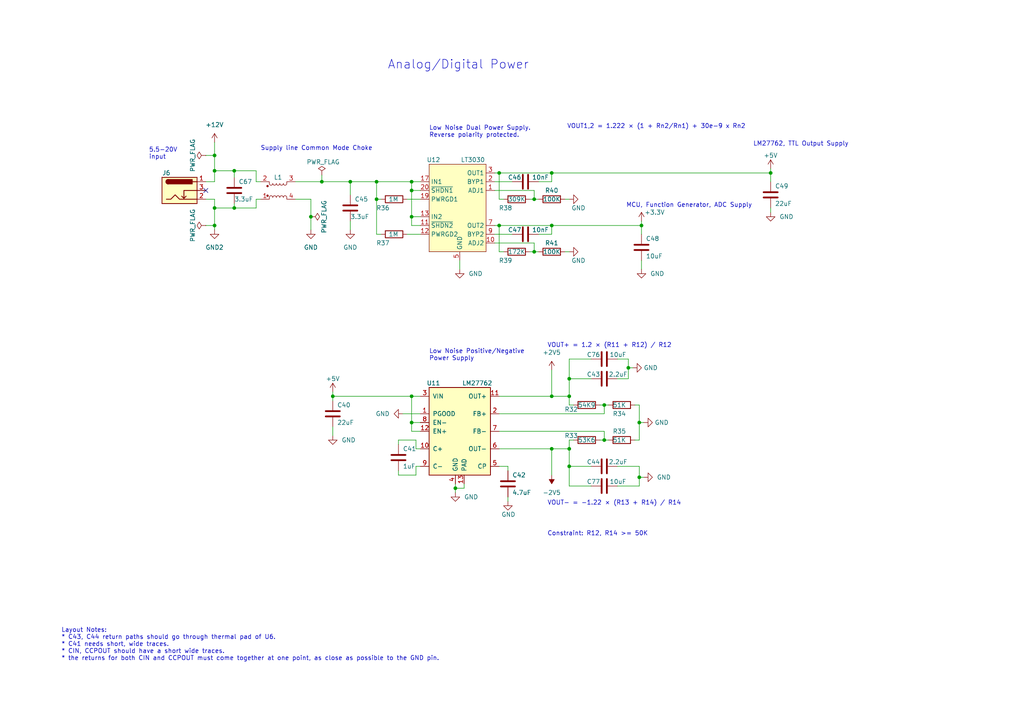
<source format=kicad_sch>
(kicad_sch (version 20231120) (generator "eeschema") (generator_version "8.0")
  (paper "A4")
  (title_block (title "Lickety Split Capacitive Lick Detector") (date "2023-09-01") (rev "0.6") (company "The Allen Institute for Neural Dynamics"))
  (lib_symbols
    (symbol "Connector:Barrel_Jack_Switch" (pin_names hide)
      (property "Reference" "J" (at 0 5.334 0))
      (property "Value" "Barrel_Jack_Switch" (at 0 -5.08 0))
      (symbol "Barrel_Jack_Switch_0_1"
        (rectangle (start -5.08 3.81) (end 5.08 -3.81) (stroke (width 0.254)) (fill (type background)))
        (arc (start -3.302 3.175) (mid -3.9343 2.54) (end -3.302 1.905) (stroke (width 0.254)))
        (arc (start -3.302 3.175) (mid -3.9343 2.54) (end -3.302 1.905) (stroke (width 0.254)) (fill (type outline)))
        (polyline (pts (xy 1.27 -2.286) (xy 1.905 -1.651)) (stroke (width 0.254)))
        (polyline (pts (xy 5.08 2.54) (xy 3.81 2.54)) (stroke (width 0.254)))
        (polyline (pts (xy 5.08 0) (xy 1.27 0) (xy 1.27 -2.286) (xy 0.635 -1.651)) (stroke (width 0.254)))
        (polyline (pts (xy -3.81 -2.54) (xy -2.54 -2.54) (xy -1.27 -1.27) (xy 0 -2.54) (xy 2.54 -2.54) (xy 5.08 -2.54)) (stroke (width 0.254)))
        (rectangle (start 3.683 3.175) (end -3.302 1.905) (stroke (width 0.254)) (fill (type outline)))
      )
      (symbol "Barrel_Jack_Switch_1_1"
        (pin passive line (at 7.62 2.54 180) (length 2.54) (name "~") (number "1"))
        (pin passive line (at 7.62 -2.54 180) (length 2.54) (name "~") (number "2"))
        (pin passive line (at 7.62 0 180) (length 2.54) (name "~") (number "3"))
      )
    )
    (symbol "Device:C" (pin_numbers hide) (pin_names (offset 0.254))
      (property "Reference" "C" (at 0.635 2.54 0))
      (property "Value" "C" (at 0.635 -2.54 0))
      (symbol "C_0_1"
        (polyline (pts (xy -2.032 -0.762) (xy 2.032 -0.762)) (stroke (width 0.508)))
        (polyline (pts (xy -2.032 0.762) (xy 2.032 0.762)) (stroke (width 0.508)))
      )
      (symbol "C_1_1"
        (pin passive line (at 0 3.81 270) (length 2.794) (name "~") (number "1"))
        (pin passive line (at 0 -3.81 90) (length 2.794) (name "~") (number "2"))
      )
    )
    (symbol "Device:L_Coupled_1423" (pin_names (offset 0.254) hide)
      (property "Reference" "L" (at 0 4.445 0))
      (property "Value" "L_Coupled_1423" (at 0 -4.445 0))
      (symbol "L_Coupled_1423_0_1"
        (circle (center -3.048 -1.27) (radius 0.254) (fill (type outline)))
        (circle (center -3.048 1.524) (radius 0.254) (fill (type outline)))
        (arc (start -2.54 2.032) (mid -2.032 1.5262) (end -1.524 2.032))
        (arc (start -1.524 -2.032) (mid -2.032 -1.5262) (end -2.54 -2.032))
        (arc (start -1.524 2.032) (mid -1.016 1.5262) (end -0.508 2.032))
        (arc (start -0.508 -2.032) (mid -1.016 -1.5262) (end -1.524 -2.032))
        (arc (start -0.508 2.032) (mid 0 1.5262) (end 0.508 2.032))
        (polyline (pts (xy -2.54 -2.032) (xy -2.54 -2.54)))
        (polyline (pts (xy -2.54 2.032) (xy -2.54 2.54)))
        (polyline (pts (xy 2.54 -2.032) (xy 2.54 -2.54)))
        (polyline (pts (xy 2.54 2.54) (xy 2.54 2.032)))
        (arc (start 0.508 -2.032) (mid 0 -1.5262) (end -0.508 -2.032))
        (arc (start 0.508 2.032) (mid 1.016 1.5262) (end 1.524 2.032))
        (arc (start 1.524 -2.032) (mid 1.016 -1.5262) (end 0.508 -2.032))
        (arc (start 1.524 2.032) (mid 2.032 1.5262) (end 2.54 2.032))
        (arc (start 2.54 -2.032) (mid 2.032 -1.5262) (end 1.524 -2.032))
      )
      (symbol "L_Coupled_1423_1_1"
        (pin passive line (at -5.08 2.54 0) (length 2.54) (name "1") (number "1"))
        (pin passive line (at -5.08 -2.54 0) (length 2.54) (name "2") (number "2"))
        (pin passive line (at 5.08 -2.54 180) (length 2.54) (name "3") (number "3"))
        (pin passive line (at 5.08 2.54 180) (length 2.54) (name "4") (number "4"))
      )
    )
    (symbol "Device:R" (pin_numbers hide) (pin_names (offset 0))
      (property "Reference" "R" (at 2.032 0 90))
      (property "Value" "R" (at 0 0 90))
      (symbol "R_0_1"
        (rectangle (start -1.016 -2.54) (end 1.016 2.54) (stroke (width 0.254)))
      )
      (symbol "R_1_1"
        (pin passive line (at 0 3.81 270) (length 1.27) (name "~") (number "1"))
        (pin passive line (at 0 -3.81 90) (length 1.27) (name "~") (number "2"))
      )
    )
    (symbol "Regulator_SwitchedCapacitor:LM27762" (pin_names (offset 1.016))
      (property "Reference" "U" (at -6.604 8.89 0))
      (property "Value" "LM27762" (at 6.096 8.89 0))
      (symbol "LM27762_0_1"
        (rectangle (start -7.62 7.62) (end 10.16 -17.78) (stroke (width 0.254)) (fill (type background)))
      )
      (symbol "LM27762_1_1"
        (pin open_collector line (at -10.16 0 0) (length 2.54) (name "PGOOD") (number "1"))
        (pin passive line (at -10.16 -10.16 0) (length 2.54) (name "C+") (number "10"))
        (pin power_out line (at 12.7 5.08 180) (length 2.54) (name "OUT+") (number "11"))
        (pin input line (at -10.16 -5.08 0) (length 2.54) (name "EN+") (number "12"))
        (pin power_in line (at 2.54 -20.32 90) (length 2.54) (name "PAD") (number "13"))
        (pin input line (at 12.7 0 180) (length 2.54) (name "FB+") (number "2"))
        (pin power_in line (at -10.16 5.08 0) (length 2.54) (name "VIN") (number "3"))
        (pin power_in line (at 0 -20.32 90) (length 2.54) (name "GND") (number "4"))
        (pin passive line (at 12.7 -15.24 180) (length 2.54) (name "CP") (number "5"))
        (pin power_out line (at 12.7 -10.16 180) (length 2.54) (name "OUT-") (number "6"))
        (pin input line (at 12.7 -5.08 180) (length 2.54) (name "FB-") (number "7"))
        (pin input line (at -10.16 -2.54 0) (length 2.54) (name "EN-") (number "8"))
        (pin passive line (at -10.16 -15.24 0) (length 2.54) (name "C-") (number "9"))
      )
    )
    (symbol "kicad_component_library:LT3030"
      (property "Reference" "U" (at -7.62 13.97 0))
      (property "Value" "LT3030" (at 3.81 13.97 0))
      (symbol "LT3030_0_1"
        (rectangle (start -8.89 -12.7) (end 7.62 12.7) (fill (type background)))
      )
      (symbol "LT3030_1_1"
        (pin input line (at 10.16 5.08 180) (length 2.54) (name "ADJ1") (number "1"))
        (pin input line (at 10.16 -10.16 180) (length 2.54) (name "ADJ2") (number "10"))
        (pin input line (at -11.43 -5.08 0) (length 2.54) (name "~{SHDN2}") (number "11"))
        (pin input line (at -11.43 -7.62 0) (length 2.54) (name "PWRGD2") (number "12"))
        (pin power_in line (at -11.43 -2.54 0) (length 2.54) (name "IN2") (number "13"))
        (pin power_in line (at -11.43 -2.54 0) (length 2.54) hide (name "IN2") (number "14"))
        (pin power_in line (at 0 -15.24 90) (length 2.54) hide (name "GND") (number "15"))
        (pin power_in line (at 0 -15.24 90) (length 2.54) hide (name "GND") (number "16"))
        (pin power_in line (at -11.43 7.62 0) (length 2.54) (name "IN1") (number "17"))
        (pin power_in line (at -11.43 7.62 0) (length 2.54) hide (name "IN1") (number "18"))
        (pin input line (at -11.43 2.54 0) (length 2.54) (name "PWRGD1") (number "19"))
        (pin input line (at 10.16 7.62 180) (length 2.54) (name "BYP1") (number "2"))
        (pin input line (at -11.43 5.08 0) (length 2.54) (name "~{SHDN1}") (number "20"))
        (pin power_in line (at 0 -15.24 90) (length 2.54) hide (name "GND") (number "21"))
        (pin power_out line (at 10.16 10.16 180) (length 2.54) (name "OUT1") (number "3"))
        (pin passive line (at 10.16 10.16 180) (length 2.54) hide (name "OUT1") (number "4"))
        (pin power_in line (at 0 -15.24 90) (length 2.54) (name "GND") (number "5"))
        (pin power_in line (at 0 -15.24 90) (length 2.54) hide (name "GND") (number "6"))
        (pin power_out line (at 10.16 -5.08 180) (length 2.54) (name "OUT2") (number "7"))
        (pin passive line (at 10.16 -5.08 180) (length 2.54) hide (name "OUT2") (number "8"))
        (pin input line (at 10.16 -7.62 180) (length 2.54) (name "BYP2") (number "9"))
      )
    )
    (symbol "power:+12V" (power) (pin_names (offset 0))
      (property "Value" "+12V" (at 0 3.556 0))
      (symbol "+12V_0_1"
        (polyline (pts (xy -0.762 1.27) (xy 0 2.54)))
        (polyline (pts (xy 0 0) (xy 0 2.54)))
        (polyline (pts (xy 0 2.54) (xy 0.762 1.27)))
      )
      (symbol "+12V_1_1"
        (pin power_in line (at 0 0 90) (length 0) hide (name "+12V") (number "1"))
      )
    )
    (symbol "power:+2V5" (power) (pin_names (offset 0))
      (property "Value" "+2V5" (at 0 3.556 0))
      (symbol "+2V5_0_1"
        (polyline (pts (xy -0.762 1.27) (xy 0 2.54)))
        (polyline (pts (xy 0 0) (xy 0 2.54)))
        (polyline (pts (xy 0 2.54) (xy 0.762 1.27)))
      )
      (symbol "+2V5_1_1"
        (pin power_in line (at 0 0 90) (length 0) hide (name "+2V5") (number "1"))
      )
    )
    (symbol "power:+3.3V" (power) (pin_names (offset 0))
      (property "Value" "+3.3V" (at 0 3.556 0))
      (symbol "+3.3V_0_1"
        (polyline (pts (xy -0.762 1.27) (xy 0 2.54)))
        (polyline (pts (xy 0 0) (xy 0 2.54)))
        (polyline (pts (xy 0 2.54) (xy 0.762 1.27)))
      )
      (symbol "+3.3V_1_1"
        (pin power_in line (at 0 0 90) (length 0) hide (name "+3.3V") (number "1"))
      )
    )
    (symbol "power:+5V" (power) (pin_names (offset 0))
      (property "Value" "+5V" (at 0 3.556 0))
      (symbol "+5V_0_1"
        (polyline (pts (xy -0.762 1.27) (xy 0 2.54)))
        (polyline (pts (xy 0 0) (xy 0 2.54)))
        (polyline (pts (xy 0 2.54) (xy 0.762 1.27)))
      )
      (symbol "+5V_1_1"
        (pin power_in line (at 0 0 90) (length 0) hide (name "+5V") (number "1"))
      )
    )
    (symbol "power:-2V5" (power) (pin_names (offset 0))
      (property "Value" "-2V5" (at 0 3.81 0))
      (symbol "-2V5_0_0"
        (pin power_in line (at 0 0 90) (length 0) hide (name "-2V5") (number "1"))
      )
      (symbol "-2V5_0_1"
        (polyline (pts (xy 0 0) (xy 0 1.27) (xy 0.762 1.27) (xy 0 2.54) (xy -0.762 1.27) (xy 0 1.27)) (fill (type outline)))
      )
    )
    (symbol "power:GND" (power) (pin_names (offset 0))
      (property "Value" "GND" (at 0 -3.81 0))
      (symbol "GND_0_1"
        (polyline (pts (xy 0 0) (xy 0 -1.27) (xy 1.27 -1.27) (xy 0 -2.54) (xy -1.27 -1.27) (xy 0 -1.27)))
      )
      (symbol "GND_1_1"
        (pin power_in line (at 0 0 270) (length 0) hide (name "GND") (number "1"))
      )
    )
    (symbol "power:GND2" (power) (pin_names (offset 0))
      (property "Value" "GND2" (at 0 -3.81 0))
      (symbol "GND2_0_1"
        (polyline (pts (xy 0 0) (xy 0 -1.27) (xy 1.27 -1.27) (xy 0 -2.54) (xy -1.27 -1.27) (xy 0 -1.27)))
      )
      (symbol "GND2_1_1"
        (pin power_in line (at 0 0 270) (length 0) hide (name "GND2") (number "1"))
      )
    )
    (symbol "power:PWR_FLAG" (power) (pin_numbers hide) (pin_names (offset 0) hide)
      (property "Value" "PWR_FLAG" (at 0 3.81 0))
      (symbol "PWR_FLAG_0_0"
        (pin power_out line (at 0 0 90) (length 0) (name "pwr") (number "1"))
      )
      (symbol "PWR_FLAG_0_1"
        (polyline (pts (xy 0 0) (xy 0 1.27) (xy -1.016 1.905) (xy 0 2.54) (xy 1.016 1.905) (xy 0 1.27)))
      )
    )
  )
  (junction (at 62.23 60.325))
  (junction (at 62.23 49.53))
  (junction (at 185.42 138.43))
  (junction (at 160.02 130.175))
  (junction (at 160.02 65.405))
  (junction (at 175.26 127.635))
  (junction (at 165.1 114.935))
  (junction (at 154.94 73.025))
  (junction (at 182.245 106.68))
  (junction (at 62.23 45.085))
  (junction (at 109.22 52.705))
  (junction (at 109.22 57.785))
  (junction (at 119.38 62.865))
  (junction (at 160.02 50.165))
  (junction (at 96.52 114.935))
  (junction (at 144.78 50.165))
  (junction (at 119.38 122.555))
  (junction (at 132.08 141.605))
  (junction (at 119.38 55.245))
  (junction (at 186.055 65.405))
  (junction (at 223.52 50.165))
  (junction (at 67.945 60.325))
  (junction (at 67.945 49.53))
  (junction (at 185.42 122.555))
  (junction (at 119.38 52.705))
  (junction (at 119.38 114.935))
  (junction (at 160.02 114.935))
  (junction (at 62.23 65.405))
  (junction (at 175.26 117.475))
  (junction (at 165.1 109.855))
  (junction (at 165.1 135.255))
  (junction (at 90.17 62.865))
  (junction (at 101.6 52.705))
  (junction (at 154.94 57.785))
  (junction (at 165.1 130.175))
  (junction (at 93.345 52.705))
  (junction (at 144.78 65.405))
  (no_connect (at 59.69 55.245))
  (wire (pts (xy 62.23 57.785) (xy 59.69 57.785)))
  (wire (pts (xy 160.02 67.945) (xy 160.02 65.405)))
  (wire (pts (xy 160.02 130.175) (xy 160.02 137.795)))
  (wire (pts (xy 143.51 50.165) (xy 144.78 50.165)))
  (wire (pts (xy 75.565 57.785) (xy 74.295 57.785)))
  (wire (pts (xy 183.515 106.68) (xy 182.245 106.68)))
  (wire (pts (xy 67.945 49.53) (xy 62.23 49.53)))
  (wire (pts (xy 182.245 109.855) (xy 179.07 109.855)))
  (wire (pts (xy 185.42 127.635) (xy 184.15 127.635)))
  (wire (pts (xy 154.94 57.785) (xy 156.21 57.785)))
  (wire (pts (xy 144.78 120.015) (xy 175.26 120.015)))
  (wire (pts (xy 96.52 114.935) (xy 96.52 116.205)))
  (wire (pts (xy 115.57 128.905) (xy 115.57 127.635)))
  (wire (pts (xy 90.17 66.675) (xy 90.17 62.865)))
  (wire (pts (xy 182.245 104.14) (xy 182.245 106.68)))
  (wire (pts (xy 185.42 122.555) (xy 185.42 127.635)))
  (wire (pts (xy 59.69 52.705) (xy 62.23 52.705)))
  (wire (pts (xy 134.62 141.605) (xy 132.08 141.605)))
  (wire (pts (xy 74.295 52.705) (xy 74.295 49.53)))
  (wire (pts (xy 160.02 65.405) (xy 186.055 65.405)))
  (wire (pts (xy 175.26 127.635) (xy 175.26 125.095)))
  (wire (pts (xy 223.52 48.895) (xy 223.52 50.165)))
  (wire (pts (xy 160.02 130.175) (xy 165.1 130.175)))
  (wire (pts (xy 185.42 122.555) (xy 186.69 122.555)))
  (wire (pts (xy 74.295 57.785) (xy 74.295 60.325)))
  (wire (pts (xy 160.02 52.705) (xy 160.02 50.165)))
  (wire (pts (xy 62.23 65.405) (xy 62.23 60.325)))
  (wire (pts (xy 143.51 65.405) (xy 144.78 65.405)))
  (wire (pts (xy 119.38 52.705) (xy 119.38 55.245)))
  (wire (pts (xy 160.02 114.935) (xy 165.1 114.935)))
  (wire (pts (xy 165.1 117.475) (xy 166.37 117.475)))
  (wire (pts (xy 134.62 140.335) (xy 134.62 141.605)))
  (wire (pts (xy 120.65 130.175) (xy 121.92 130.175)))
  (wire (pts (xy 143.51 67.945) (xy 148.59 67.945)))
  (wire (pts (xy 62.23 45.085) (xy 62.23 49.53)))
  (wire (pts (xy 144.78 73.025) (xy 144.78 65.405)))
  (wire (pts (xy 182.245 106.68) (xy 182.245 109.855)))
  (wire (pts (xy 147.32 135.255) (xy 147.32 136.525)))
  (wire (pts (xy 144.78 114.935) (xy 160.02 114.935)))
  (wire (pts (xy 85.725 52.705) (xy 93.345 52.705)))
  (wire (pts (xy 133.35 75.565) (xy 133.35 78.105)))
  (wire (pts (xy 62.23 49.53) (xy 62.23 52.705)))
  (wire (pts (xy 185.42 138.43) (xy 186.69 138.43)))
  (wire (pts (xy 163.83 73.025) (xy 165.1 73.025)))
  (wire (pts (xy 143.51 55.245) (xy 154.94 55.245)))
  (wire (pts (xy 67.945 59.055) (xy 67.945 60.325)))
  (wire (pts (xy 59.69 65.405) (xy 62.23 65.405)))
  (wire (pts (xy 132.08 141.605) (xy 132.08 142.875)))
  (wire (pts (xy 171.45 104.14) (xy 165.1 104.14)))
  (wire (pts (xy 154.94 55.245) (xy 154.94 57.785)))
  (wire (pts (xy 165.1 127.635) (xy 165.1 130.175)))
  (wire (pts (xy 144.78 135.255) (xy 147.32 135.255)))
  (wire (pts (xy 62.23 66.675) (xy 62.23 65.405)))
  (wire (pts (xy 173.99 127.635) (xy 175.26 127.635)))
  (wire (pts (xy 165.1 127.635) (xy 166.37 127.635)))
  (wire (pts (xy 153.67 73.025) (xy 154.94 73.025)))
  (wire (pts (xy 175.26 117.475) (xy 176.53 117.475)))
  (wire (pts (xy 185.42 138.43) (xy 185.42 135.255)))
  (wire (pts (xy 101.6 64.135) (xy 101.6 66.675)))
  (wire (pts (xy 156.21 52.705) (xy 160.02 52.705)))
  (wire (pts (xy 175.26 120.015) (xy 175.26 117.475)))
  (wire (pts (xy 75.565 52.705) (xy 74.295 52.705)))
  (wire (pts (xy 165.1 135.255) (xy 165.1 130.175)))
  (wire (pts (xy 115.57 137.795) (xy 115.57 136.525)))
  (wire (pts (xy 153.67 57.785) (xy 154.94 57.785)))
  (wire (pts (xy 179.07 140.97) (xy 185.42 140.97)))
  (wire (pts (xy 144.78 65.405) (xy 160.02 65.405)))
  (wire (pts (xy 62.23 41.275) (xy 62.23 45.085)))
  (wire (pts (xy 59.69 45.085) (xy 62.23 45.085)))
  (wire (pts (xy 93.345 50.8) (xy 93.345 52.705)))
  (wire (pts (xy 223.52 50.165) (xy 223.52 52.705)))
  (wire (pts (xy 62.23 60.325) (xy 62.23 57.785)))
  (wire (pts (xy 171.45 109.855) (xy 165.1 109.855)))
  (wire (pts (xy 154.94 70.485) (xy 154.94 73.025)))
  (wire (pts (xy 160.02 50.165) (xy 223.52 50.165)))
  (wire (pts (xy 143.51 70.485) (xy 154.94 70.485)))
  (wire (pts (xy 109.22 57.785) (xy 109.22 67.945)))
  (wire (pts (xy 116.84 120.015) (xy 121.92 120.015)))
  (wire (pts (xy 93.345 52.705) (xy 101.6 52.705)))
  (wire (pts (xy 175.26 117.475) (xy 173.99 117.475)))
  (wire (pts (xy 185.42 140.97) (xy 185.42 138.43)))
  (wire (pts (xy 120.65 135.255) (xy 120.65 137.795)))
  (wire (pts (xy 96.52 123.825) (xy 96.52 126.365)))
  (wire (pts (xy 74.295 49.53) (xy 67.945 49.53)))
  (wire (pts (xy 115.57 127.635) (xy 120.65 127.635)))
  (wire (pts (xy 185.42 117.475) (xy 184.15 117.475)))
  (wire (pts (xy 74.295 60.325) (xy 67.945 60.325)))
  (wire (pts (xy 90.17 57.785) (xy 85.725 57.785)))
  (wire (pts (xy 121.92 65.405) (xy 119.38 65.405)))
  (wire (pts (xy 171.45 140.97) (xy 165.1 140.97)))
  (wire (pts (xy 144.78 50.165) (xy 160.02 50.165)))
  (wire (pts (xy 96.52 114.935) (xy 119.38 114.935)))
  (wire (pts (xy 110.49 67.945) (xy 109.22 67.945)))
  (wire (pts (xy 109.22 52.705) (xy 119.38 52.705)))
  (wire (pts (xy 101.6 52.705) (xy 101.6 56.515)))
  (wire (pts (xy 165.1 109.855) (xy 165.1 114.935)))
  (wire (pts (xy 90.17 62.865) (xy 90.17 57.785)))
  (wire (pts (xy 121.92 125.095) (xy 119.38 125.095)))
  (wire (pts (xy 179.07 104.14) (xy 182.245 104.14)))
  (wire (pts (xy 96.52 113.665) (xy 96.52 114.935)))
  (wire (pts (xy 119.38 65.405) (xy 119.38 62.865)))
  (wire (pts (xy 109.22 57.785) (xy 110.49 57.785)))
  (wire (pts (xy 67.945 60.325) (xy 62.23 60.325)))
  (wire (pts (xy 186.055 75.565) (xy 186.055 78.105)))
  (wire (pts (xy 175.26 127.635) (xy 176.53 127.635)))
  (wire (pts (xy 144.78 125.095) (xy 175.26 125.095)))
  (wire (pts (xy 121.92 62.865) (xy 119.38 62.865)))
  (wire (pts (xy 185.42 117.475) (xy 185.42 122.555)))
  (wire (pts (xy 147.32 144.145) (xy 147.32 145.415)))
  (wire (pts (xy 118.11 67.945) (xy 121.92 67.945)))
  (wire (pts (xy 118.11 57.785) (xy 121.92 57.785)))
  (wire (pts (xy 144.78 57.785) (xy 144.78 50.165)))
  (wire (pts (xy 185.42 135.255) (xy 179.07 135.255)))
  (wire (pts (xy 120.65 127.635) (xy 120.65 130.175)))
  (wire (pts (xy 101.6 52.705) (xy 109.22 52.705)))
  (wire (pts (xy 119.38 122.555) (xy 121.92 122.555)))
  (wire (pts (xy 119.38 55.245) (xy 119.38 62.865)))
  (wire (pts (xy 171.45 135.255) (xy 165.1 135.255)))
  (wire (pts (xy 67.945 49.53) (xy 67.945 51.435)))
  (wire (pts (xy 119.38 52.705) (xy 121.92 52.705)))
  (wire (pts (xy 165.1 114.935) (xy 165.1 117.475)))
  (wire (pts (xy 223.52 60.325) (xy 223.52 61.595)))
  (wire (pts (xy 121.92 135.255) (xy 120.65 135.255)))
  (wire (pts (xy 160.02 107.315) (xy 160.02 114.935)))
  (wire (pts (xy 154.94 73.025) (xy 156.21 73.025)))
  (wire (pts (xy 186.055 65.405) (xy 186.055 67.945)))
  (wire (pts (xy 132.08 140.335) (xy 132.08 141.605)))
  (wire (pts (xy 148.59 52.705) (xy 143.51 52.705)))
  (wire (pts (xy 146.05 73.025) (xy 144.78 73.025)))
  (wire (pts (xy 119.38 122.555) (xy 119.38 114.935)))
  (wire (pts (xy 144.78 130.175) (xy 160.02 130.175)))
  (wire (pts (xy 165.1 140.97) (xy 165.1 135.255)))
  (wire (pts (xy 119.38 125.095) (xy 119.38 122.555)))
  (wire (pts (xy 109.22 52.705) (xy 109.22 57.785)))
  (wire (pts (xy 146.05 57.785) (xy 144.78 57.785)))
  (wire (pts (xy 120.65 137.795) (xy 115.57 137.795)))
  (wire (pts (xy 186.055 64.135) (xy 186.055 65.405)))
  (wire (pts (xy 156.21 67.945) (xy 160.02 67.945)))
  (wire (pts (xy 119.38 114.935) (xy 121.92 114.935)))
  (wire (pts (xy 163.83 57.785) (xy 165.1 57.785)))
  (wire (pts (xy 165.1 104.14) (xy 165.1 109.855)))
  (wire (pts (xy 119.38 55.245) (xy 121.92 55.245)))
  (text "Constraint: R12, R14 >= 50K" (at 158.75 155.575 0) (effects (font (size 1.27 1.27)) (justify left bottom)))
  (text "LM27762, TTL Output Supply" (at 218.44 42.545 0) (effects (font (size 1.27 1.27)) (justify left bottom)))
  (text "VOUT1,2 = 1.222 × (1 + Rn2/Rn1) + 30e-9 x Rn2" (at 164.465 37.465 0) (effects (font (size 1.27 1.27)) (justify left bottom)))
  (text "Low Noise Dual Power Supply.\nReverse polarity protected." (at 124.46 40.005 0) (effects (font (size 1.27 1.27)) (justify left bottom)))
  (text "Supply line Common Mode Choke" (at 75.565 43.815 0) (effects (font (size 1.27 1.27)) (justify left bottom)))
  (text "MCU, Function Generator, ADC Supply" (at 181.61 60.325 0) (effects (font (size 1.27 1.27)) (justify left bottom)))
  (text "Analog/Digital Power" (at 112.395 20.32 0) (effects (font (size 2.54 2.54)) (justify left bottom)))
  (text "Layout Notes:\n* C43, C44 return paths should go through thermal pad of U6.\n* C41 needs short, wide traces.\n* CIN, CCPOUT should have a short wide traces.\n* the returns for both CIN and CCPOUT must come together at one point, as close as possible to the GND pin." (at 17.78 191.77 0) (effects (font (size 1.27 1.27)) (justify left bottom)))
  (text "Low Noise Positive/Negative \nPower Supply" (at 124.46 104.775 0) (effects (font (size 1.27 1.27)) (justify left bottom)))
  (text "VOUT- = -1.22 × (R13 + R14) / R14" (at 158.75 146.685 0) (effects (font (size 1.27 1.27)) (justify left bottom)))
  (text "5.5-20V \ninput" (at 43.18 46.355 0) (effects (font (size 1.27 1.27)) (justify left bottom)))
  (text "VOUT+ = 1.2 × (R11 + R12) / R12" (at 158.75 100.965 0) (effects (font (size 1.27 1.27)) (justify left bottom)))
  (symbol (lib_id "Device:C") (at 115.57 132.715 0) (unit 1)
    (property "Reference" "C41" (at 116.84 130.175 0) (effects (justify left)))
    (property "Value" "1uF" (at 116.84 135.255 0) (effects (justify left)))
    (property "Footprint" "Capacitor_SMD:C_0402_1005Metric" (effects (hide yes)))
    (property "Datasheet" "https://search.murata.co.jp/Ceramy/image/img/A01X/G101/ENG/GRM155R6YA105KE11-01.pdf" (effects (hide yes)))
    (property "Notes" "must not be polarized" (effects (hide yes)))
    (property "Link" "https://www.digikey.com/en/products/detail/murata-electronics/GRM155R6YA105KE11J/4905163" (effects (hide yes)))
    (property "Manufacturer Number" "GRM155R6YA105KE11J" (effects (hide yes)))
    (property "Manufacturer" "Murata Electronics" (effects (hide yes)))
    (property "Rated Voltage" "35V" (effects (hide yes)))
    (property "Temperature Coefficient" "X5R" (effects (hide yes)))
  )
  (symbol (lib_id "Device:R") (at 180.34 117.475 90) (unit 1)
    (property "Reference" "R34" (at 181.61 120.015 90) (effects (justify left)))
    (property "Value" "51K" (at 181.61 117.475 90) (effects (justify left)))
    (property "Footprint" "Resistor_SMD:R_0402_1005Metric" (effects (hide yes)))
    (property "Datasheet" "n/a" (effects (hide yes)))
    (property "Link" "https://www.digikey.com/en/products/detail/yageo/RT0402BRD0751KL/1069314" (effects (hide yes)))
    (property "Manufacturer" "Yageo" (effects (hide yes)))
    (property "Manufacturer Number" "RT0402BRD0751KL" (effects (hide yes)))
    (property "Tolerance" "0.1%" (effects (hide yes)))
  )
  (symbol (lib_id "Device:R") (at 149.86 73.025 90) (unit 1)
    (property "Reference" "R39" (at 148.59 75.565 90) (effects (justify left)))
    (property "Value" "172K" (at 152.4 73.025 90) (effects (justify left)))
    (property "Footprint" "Resistor_SMD:R_0402_1005Metric" (effects (hide yes)))
    (property "Datasheet" "https://www.koaspeer.com/pdfs/RN73H.pdf" (effects (hide yes)))
    (property "Link" "https://www.digikey.com/en/products/detail/koa-speer-electronics-inc/RN73H1ETTP1723F25/9913967" (effects (hide yes)))
    (property "Manufacturer" "Koa Speer Electronics, Inc." (effects (hide yes)))
    (property "Manufacturer Number" "RN73H1ETTP1723F25" (effects (hide yes)))
    (property "Tolerance" "1%" (effects (hide yes)))
    (property "Vendor Reel Link" "2019-RN73H1ETTP1723F25DKR-ND" (effects (hide yes)))
  )
  (symbol (lib_id "Device:C") (at 175.26 135.255 270) (unit 1)
    (property "Reference" "C44" (at 170.18 133.985 90) (effects (justify left)))
    (property "Value" "2.2uF" (at 176.53 133.985 90) (effects (justify left)))
    (property "Footprint" "Capacitor_SMD:C_0402_1005Metric" (effects (hide yes)))
    (property "Datasheet" "https://search.murata.co.jp/Ceramy/image/img/A01X/G101/ENG/GRM155Z71A225KE01-01.pdf" (effects (hide yes)))
    (property "Link" "https://www.digikey.com/en/products/detail/murata-electronics/GRM155Z71A225KE01D/13905066" (effects (hide yes)))
    (property "Manufacturer" "Murata Electronics" (effects (hide yes)))
    (property "Manufacturer Number" "GRM155Z71A225KE01D" (effects (hide yes)))
    (property "Rated Voltage" "10V" (effects (hide yes)))
    (property "Temperature Coefficient" "X7R" (effects (hide yes)))
    (property "Vendor Number" "490-GRM155Z71A225KE01DDKR-ND" (effects (hide yes)))
  )
  (symbol (lib_id "power:GND") (at 116.84 120.015 270) (unit 1)
    (property "Reference" "#PWR088" (effects (hide yes)))
    (property "Value" "GND" (at 113.03 120.015 90) (effects (justify right)))
  )
  (symbol (lib_id "Device:C") (at 186.055 71.755 0) (unit 1)
    (property "Reference" "C48" (at 187.325 69.215 0) (effects (justify left)))
    (property "Value" "10uF" (at 187.325 74.295 0) (effects (justify left)))
    (property "Footprint" "Capacitor_SMD:C_0805_2012Metric" (effects (hide yes)))
    (property "Datasheet" "https://search.murata.co.jp/Ceramy/image/img/A01X/G101/ENG/GRM21BZ71E106KE15-01.pdf" (effects (hide yes)))
    (property "Link" "https://www.digikey.com/en/products/detail/murata-electronics/GRM21BZ71E106KE15L/13904911" (effects (hide yes)))
    (property "Manufacturer Number" "GRM21BZ71E106KE15L" (effects (hide yes)))
    (property "Rated Voltage" "25V" (effects (hide yes)))
    (property "Temperature Coefficient" "X7R" (effects (hide yes)))
    (property "Manufacturer" "Murata Electronics" (effects (hide yes)))
    (property "Alternate" "CL21B106KOQNNNE" (effects (hide yes)))
  )
  (symbol (lib_id "Device:C") (at 175.26 104.14 270) (unit 1)
    (property "Reference" "C76" (at 170.18 102.87 90) (effects (justify left)))
    (property "Value" "10uF" (at 176.784 102.87 90) (effects (justify left)))
    (property "Footprint" "Capacitor_SMD:C_0805_2012Metric" (effects (hide yes)))
    (property "Datasheet" "https://search.murata.co.jp/Ceramy/image/img/A01X/G101/ENG/GRM21BZ71E106KE15-01.pdf" (effects (hide yes)))
    (property "Link" "https://www.digikey.com/en/products/detail/murata-electronics/GRM21BZ71E106KE15L/13904911" (effects (hide yes)))
    (property "Manufacturer Number" "GRM21BZ71E106KE15L" (effects (hide yes)))
    (property "Rated Voltage" "25V" (effects (hide yes)))
    (property "Temperature Coefficient" "X7R" (effects (hide yes)))
    (property "Manufacturer" "Murata Electronics" (effects (hide yes)))
    (property "Alternate" "CL21B106KOQNNNE" (effects (hide yes)))
  )
  (symbol (lib_id "Device:R") (at 114.3 57.785 90) (unit 1)
    (property "Reference" "R36" (at 113.03 60.325 90) (effects (justify left)))
    (property "Value" "1M" (at 115.57 57.785 90) (effects (justify left)))
    (property "Footprint" "Resistor_SMD:R_0402_1005Metric" (effects (hide yes)))
    (property "Datasheet" "https://www.yageo.com/upload/media/product/productsearch/datasheet/rchip/PYu-RC_Group_51_RoHS_L_12.pdf" (effects (hide yes)))
    (property "Link" "https://www.digikey.com/en/products/detail/yageo/RC0402FR-101ML/16982190" (effects (hide yes)))
    (property "Manufacturer" "Yageo" (effects (hide yes)))
    (property "Manufacturer Number" "RC0402FR-101ML" (effects (hide yes)))
    (property "Tolerance" "1%" (effects (hide yes)))
    (property "PCBWay Link" "https://www.pcbway.com/components/detail/RC0402FR101ML/1269302/" (effects (hide yes)))
  )
  (symbol (lib_id "power:+5V") (at 223.52 48.895 0) (unit 1)
    (property "Reference" "#PWR0109" (effects (hide yes)))
    (property "Value" "+5V" (at 223.52 45.085 0))
  )
  (symbol (lib_id "Device:R") (at 160.02 57.785 270) (unit 1)
    (property "Reference" "R40" (at 160.02 55.245 90))
    (property "Value" "100K" (at 160.02 57.785 90))
    (property "Footprint" "Resistor_SMD:R_0402_1005Metric" (effects (hide yes)))
    (property "Datasheet" "https://www.yageo.com/upload/media/product/app/datasheet/rchip/pyu-rt_1-to-0.01_rohs_l.pdf" (effects (hide yes)))
    (property "Link" "https://www.digikey.com/en/products/detail/yageo/RT0402BRD07100KL/1068989" (effects (hide yes)))
    (property "Manufacturer" "Yageo" (effects (hide yes)))
    (property "Manufacturer Number" "RT0402BRD07100KL" (effects (hide yes)))
    (property "Tolerance" "0.1%" (effects (hide yes)))
  )
  (symbol (lib_id "Device:C") (at 152.4 67.945 270) (unit 1)
    (property "Reference" "C47" (at 147.32 66.675 90) (effects (justify left)))
    (property "Value" "10nF" (at 154.305 66.675 90) (effects (justify left)))
    (property "Footprint" "Capacitor_SMD:C_0402_1005Metric" (effects (hide yes)))
    (property "Datasheet" "https://www.yageo.com/upload/media/product/productsearch/datasheet/mlcc/UPY-GPHC_X7R_6.3V-to-250V_23.pdf" (effects (hide yes)))
    (property "Link" "https://www.digikey.com/en/products/detail/yageo/CC0402KPX7R8BB103/11490384" (effects (hide yes)))
    (property "Manufacturer" "Yageo" (effects (hide yes)))
    (property "Manufacturer Number" "CC0402KPX7R8BB103" (effects (hide yes)))
    (property "Rated Voltage" "25V" (effects (hide yes)))
    (property "Temperature Coefficient" "X7R" (effects (hide yes)))
    (property "Tolerance" "10%" (effects (hide yes)))
  )
  (symbol (lib_id "Device:C") (at 67.945 55.245 0) (unit 1)
    (property "Reference" "C67" (at 69.215 52.705 0) (effects (justify left)))
    (property "Value" "3.3uF" (at 67.945 57.785 0) (effects (justify left)))
    (property "Footprint" "Capacitor_SMD:C_0805_2012Metric" (effects (hide yes)))
    (property "Datasheet" "https://product.tdk.com/system/files/dam/doc/product/capacitor/ceramic/mlcc/catalog/mlcc_automotive_general_en.pdf" (effects (hide yes)))
    (property "Link" "https://www.digikey.com/en/products/detail/tdk-corporation/CGA4J1X7R1E335K125AC/2672859" (effects (hide yes)))
    (property "Manufacturer" "TDK Corporation" (effects (hide yes)))
    (property "Manufacturer Number" "CGA4J1X7R1E335K125AC" (effects (hide yes)))
    (property "Rated Voltage" "25V" (effects (hide yes)))
    (property "Temperature Coefficient" "X7R" (effects (hide yes)))
    (property "Tolerance" "10%" (effects (hide yes)))
  )
  (symbol (lib_id "power:PWR_FLAG") (at 59.69 45.085 90) (unit 1)
    (property "Reference" "#FLG06" (effects (hide yes)))
    (property "Value" "PWR_FLAG" (at 55.88 45.085 0))
  )
  (symbol (lib_id "power:GND") (at 183.515 106.68 90) (unit 1)
    (property "Reference" "#PWR068" (effects (hide yes)))
    (property "Value" "GND" (at 186.69 106.68 90) (effects (justify right)))
  )
  (symbol (lib_id "Device:R") (at 170.18 127.635 90) (unit 1)
    (property "Reference" "R33" (at 167.64 126.365 90) (effects (justify left)))
    (property "Value" "53K6" (at 172.72 127.635 90) (effects (justify left)))
    (property "Footprint" "Resistor_SMD:R_0402_1005Metric" (effects (hide yes)))
    (property "Datasheet" "https://industrial.panasonic.com/cdbs/www-data/pdf/RDM0000/AOA0000C307.pdf" (effects (hide yes)))
    (property "Link" "https://www.digikey.com/en/products/detail/panasonic-electronic-components/ERA-2AEB5362X/2026209" (effects (hide yes)))
    (property "Manufacturer" "Panasonic Electronic Components" (effects (hide yes)))
    (property "Manufacturer Number" "ERA-2AEB5362X" (effects (hide yes)))
    (property "Tolerance" "0.1" (effects (hide yes)))
  )
  (symbol (lib_id "Device:R") (at 180.34 127.635 90) (unit 1)
    (property "Reference" "R35" (at 181.61 125.095 90) (effects (justify left)))
    (property "Value" "51K" (at 181.61 127.635 90) (effects (justify left)))
    (property "Footprint" "Resistor_SMD:R_0402_1005Metric" (effects (hide yes)))
    (property "Datasheet" "n/a" (effects (hide yes)))
    (property "Link" "https://www.digikey.com/en/products/detail/yageo/RT0402BRD0751KL/1069314" (effects (hide yes)))
    (property "Manufacturer" "Yageo" (effects (hide yes)))
    (property "Manufacturer Number" "RT0402BRD0751KL" (effects (hide yes)))
    (property "Tolerance" "0.1%" (effects (hide yes)))
  )
  (symbol (lib_id "Device:C") (at 147.32 140.335 0) (unit 1)
    (property "Reference" "C42" (at 148.59 137.795 0) (effects (justify left)))
    (property "Value" "4.7uF" (at 148.59 142.875 0) (effects (justify left)))
    (property "Footprint" "Capacitor_SMD:C_0603_1608Metric" (effects (hide yes)))
    (property "Datasheet" "https://media.digikey.com/pdf/Data%20Sheets/Samsung%20PDFs/CL10A475MA8NQNC_Spec.pdf" (effects (hide yes)))
    (property "Link" "https://www.digikey.com/en/products/detail/samsung-electro-mechanics/CL10A475MA8NQNC/3887561" (effects (hide yes)))
    (property "Manufacturer" "Samsung Electro-Mechanics" (effects (hide yes)))
    (property "Manufacturer Number" "CL10A475MA8NQNC" (effects (hide yes)))
    (property "Rated Voltage" "25V" (effects (hide yes)))
    (property "Temperature Coefficient" "X5R" (effects (hide yes)))
    (property "Tolerance" "20%" (effects (hide yes)))
  )
  (symbol (lib_id "Device:C") (at 175.26 109.855 270) (unit 1)
    (property "Reference" "C43" (at 170.18 108.585 90) (effects (justify left)))
    (property "Value" "2.2uF" (at 176.53 108.585 90) (effects (justify left)))
    (property "Footprint" "Capacitor_SMD:C_0402_1005Metric" (effects (hide yes)))
    (property "Datasheet" "https://search.murata.co.jp/Ceramy/image/img/A01X/G101/ENG/GRM155Z71A225KE01-01.pdf" (effects (hide yes)))
    (property "Link" "https://www.digikey.com/en/products/detail/murata-electronics/GRM155Z71A225KE01D/13905066" (effects (hide yes)))
    (property "Manufacturer" "Murata Electronics" (effects (hide yes)))
    (property "Manufacturer Number" "GRM155Z71A225KE01D" (effects (hide yes)))
    (property "Rated Voltage" "10V" (effects (hide yes)))
    (property "Temperature Coefficient" "X7R" (effects (hide yes)))
    (property "Vendor Number" "490-GRM155Z71A225KE01DDKR-ND" (effects (hide yes)))
  )
  (symbol (lib_id "power:PWR_FLAG") (at 93.345 50.8 0) (unit 1)
    (property "Reference" "#FLG03" (effects (hide yes)))
    (property "Value" "PWR_FLAG" (at 88.9 46.99 0) (effects (justify left)))
    (instances (project "sniff_detector" (path "" (reference "#FLG03") (unit 1))) (project "harp_lick_detector_capactive" (path "" (reference "#FLG08") (unit 1))))
  )
  (symbol (lib_id "power:GND") (at 186.69 122.555 90) (unit 1)
    (property "Reference" "#PWR085" (effects (hide yes)))
    (property "Value" "GND" (at 189.865 122.555 90) (effects (justify right)))
  )
  (symbol (lib_id "Regulator_SwitchedCapacitor:LM27762") (at 132.08 120.015 0) (unit 1)
    (property "Reference" "U11" (at 125.73 111.125 0))
    (property "Value" "LM27762" (at 138.43 111.125 0))
    (property "Footprint" "Package_SON:WSON-12-1EP_3x2mm_P0.5mm_EP1x2.65_ThermalVias" (effects (hide yes)))
    (property "Datasheet" "http://www.ti.com/lit/ds/symlink/lm27762.pdf" (effects (hide yes)))
    (property "Link" "https://www.digikey.com/en/products/detail/texas-instruments/LM27762DSST/6234952" (effects (hide yes)))
    (property "Manufacturer" "Texas Instruments" (effects (hide yes)))
    (property "Manufacturer Number" "LM27762DSST" (effects (hide yes)))
  )
  (symbol (lib_id "Device:R") (at 149.86 57.785 90) (unit 1)
    (property "Reference" "R38" (at 148.59 60.325 90) (effects (justify left)))
    (property "Value" "309K" (at 152.4 57.785 90) (effects (justify left)))
    (property "Footprint" "Resistor_SMD:R_0402_1005Metric" (effects (hide yes)))
    (property "Datasheet" "https://www.te.com/commerce/DocumentDelivery/DDEController?Action=srchrtrv&DocNm=1773200&DocType=DS&DocLang=English" (effects (hide yes)))
    (property "Link" "https://www.digikey.com/en/products/detail/te-connectivity-passive-product/CPF0402B309KE1/14007455" (effects (hide yes)))
    (property "Manufacturer" "TE Connectivity Passive Product" (effects (hide yes)))
    (property "Manufacturer Number" "CPF0402B309KE1" (effects (hide yes)))
    (property "Tolerance" "0.1%" (effects (hide yes)))
    (property "Notes" "1% tolerance also OK" (effects (hide yes)))
  )
  (symbol (lib_id "Device:C") (at 152.4 52.705 270) (unit 1)
    (property "Reference" "C46" (at 147.32 51.435 90) (effects (justify left)))
    (property "Value" "10nF" (at 154.305 51.435 90) (effects (justify left)))
    (property "Footprint" "Capacitor_SMD:C_0402_1005Metric" (effects (hide yes)))
    (property "Datasheet" "https://www.yageo.com/upload/media/product/productsearch/datasheet/mlcc/UPY-GPHC_X7R_6.3V-to-250V_23.pdf" (effects (hide yes)))
    (property "Link" "https://www.digikey.com/en/products/detail/yageo/CC0402KPX7R8BB103/11490384" (effects (hide yes)))
    (property "Manufacturer" "Yageo" (effects (hide yes)))
    (property "Manufacturer Number" "CC0402KPX7R8BB103" (effects (hide yes)))
    (property "Rated Voltage" "25V" (effects (hide yes)))
    (property "Temperature Coefficient" "X7R" (effects (hide yes)))
    (property "Tolerance" "10%" (effects (hide yes)))
  )
  (symbol (lib_id "power:GND2") (at 62.23 66.675 0) (unit 1)
    (property "Reference" "#PWR096" (effects (hide yes)))
    (property "Value" "GND2" (at 62.23 71.755 0))
  )
  (symbol (lib_id "Device:R") (at 114.3 67.945 90) (unit 1)
    (property "Reference" "R37" (at 113.03 70.485 90) (effects (justify left)))
    (property "Value" "1M" (at 115.57 67.945 90) (effects (justify left)))
    (property "Footprint" "Resistor_SMD:R_0402_1005Metric" (effects (hide yes)))
    (property "Datasheet" "https://www.yageo.com/upload/media/product/productsearch/datasheet/rchip/PYu-RC_Group_51_RoHS_L_12.pdf" (effects (hide yes)))
    (property "Link" "https://www.digikey.com/en/products/detail/yageo/RC0402FR-101ML/16982190" (effects (hide yes)))
    (property "Manufacturer" "Yageo" (effects (hide yes)))
    (property "Manufacturer Number" "RC0402FR-101ML" (effects (hide yes)))
    (property "Tolerance" "1%" (effects (hide yes)))
    (property "PCBWay Link" "https://www.pcbway.com/components/detail/RC0402FR101ML/1269302/" (effects (hide yes)))
  )
  (symbol (lib_id "Device:C") (at 101.6 60.325 0) (unit 1)
    (property "Reference" "C45" (at 102.87 57.785 0) (effects (justify left)))
    (property "Value" "3.3uF" (at 101.6 62.865 0) (effects (justify left)))
    (property "Footprint" "Capacitor_SMD:C_0805_2012Metric" (effects (hide yes)))
    (property "Datasheet" "https://product.tdk.com/system/files/dam/doc/product/capacitor/ceramic/mlcc/catalog/mlcc_automotive_general_en.pdf" (effects (hide yes)))
    (property "Link" "https://www.digikey.com/en/products/detail/tdk-corporation/CGA4J1X7R1E335K125AC/2672859" (effects (hide yes)))
    (property "Manufacturer" "TDK Corporation" (effects (hide yes)))
    (property "Manufacturer Number" "CGA4J1X7R1E335K125AC" (effects (hide yes)))
    (property "Rated Voltage" "25V" (effects (hide yes)))
    (property "Temperature Coefficient" "X7R" (effects (hide yes)))
    (property "Tolerance" "10%" (effects (hide yes)))
  )
  (symbol (lib_id "power:GND") (at 223.52 61.595 0) (unit 1)
    (property "Reference" "#PWR0110" (effects (hide yes)))
    (property "Value" "GND" (at 226.06 62.8649 0) (effects (justify left)))
  )
  (symbol (lib_id "power:GND") (at 186.055 78.105 0) (unit 1)
    (property "Reference" "#PWR0108" (effects (hide yes)))
    (property "Value" "GND" (at 188.595 79.3749 0) (effects (justify left)))
  )
  (symbol (lib_id "power:GND") (at 147.32 145.415 0) (unit 1)
    (property "Reference" "#PWR093" (effects (hide yes)))
    (property "Value" "GND" (at 145.415 149.225 0) (effects (justify left)))
  )
  (symbol (lib_id "power:+3.3V") (at 186.055 64.135 0) (unit 1)
    (property "Reference" "#PWR0107" (effects (hide yes)))
    (property "Value" "+3.3V" (at 189.865 61.595 0))
  )
  (symbol (lib_id "Device:C") (at 96.52 120.015 0) (unit 1)
    (property "Reference" "C40" (at 97.79 117.475 0) (effects (justify left)))
    (property "Value" "22uF" (at 97.79 122.555 0) (effects (justify left)))
    (property "Footprint" "Capacitor_SMD:C_0805_2012Metric" (effects (hide yes)))
    (property "Datasheet" "https://media.digikey.com/pdf/Data%20Sheets/Samsung%20PDFs/CL21A226KPCLRNC_Spec.pdf" (effects (hide yes)))
    (property "Link" "https://www.digikey.com/en/products/detail/samsung-electro-mechanics/CL21A226KPCLRNC/5961270" (effects (hide yes)))
    (property "Manufacturer Number" "CL21A226KPCLRNC" (effects (hide yes)))
    (property "Temperature Coefficient" "X5R" (effects (hide yes)))
    (property "Rated Voltage" "10V" (effects (hide yes)))
    (property "Manufacturer" "Samsung Electro-Mechanics" (effects (hide yes)))
  )
  (symbol (lib_id "power:GND") (at 132.08 142.875 0) (unit 1)
    (property "Reference" "#PWR089" (effects (hide yes)))
    (property "Value" "GND" (at 134.62 144.1449 0) (effects (justify left)))
  )
  (symbol (lib_id "power:PWR_FLAG") (at 90.17 62.865 270) (unit 1)
    (property "Reference" "#FLG09" (effects (hide yes)))
    (property "Value" "PWR_FLAG" (at 93.98 62.865 0))
  )
  (symbol (lib_id "power:GND") (at 96.52 126.365 0) (unit 1)
    (property "Reference" "#PWR087" (effects (hide yes)))
    (property "Value" "GND" (at 99.06 127.6349 0) (effects (justify left)))
  )
  (symbol (lib_id "power:GND") (at 165.1 73.025 90) (unit 1)
    (property "Reference" "#PWR0106" (effects (hide yes)))
    (property "Value" "GND" (at 165.735 75.565 90) (effects (justify right)))
  )
  (symbol (lib_id "Device:C") (at 175.26 140.97 270) (unit 1)
    (property "Reference" "C77" (at 170.18 139.7 90) (effects (justify left)))
    (property "Value" "10uF" (at 176.784 139.7 90) (effects (justify left)))
    (property "Footprint" "Capacitor_SMD:C_0805_2012Metric" (effects (hide yes)))
    (property "Datasheet" "https://search.murata.co.jp/Ceramy/image/img/A01X/G101/ENG/GRM21BZ71E106KE15-01.pdf" (effects (hide yes)))
    (property "Link" "https://www.digikey.com/en/products/detail/murata-electronics/GRM21BZ71E106KE15L/13904911" (effects (hide yes)))
    (property "Manufacturer Number" "GRM21BZ71E106KE15L" (effects (hide yes)))
    (property "Rated Voltage" "25V" (effects (hide yes)))
    (property "Temperature Coefficient" "X7R" (effects (hide yes)))
    (property "Manufacturer" "Murata Electronics" (effects (hide yes)))
    (property "Alternate" "CL21B106KOQNNNE" (effects (hide yes)))
  )
  (symbol (lib_id "power:GND") (at 165.1 57.785 90) (unit 1)
    (property "Reference" "#PWR0105" (effects (hide yes)))
    (property "Value" "GND" (at 165.735 60.325 90) (effects (justify right)))
  )
  (symbol (lib_id "Device:L_Coupled_1423") (at 80.645 55.245 0) (mirror x) (unit 1)
    (property "Reference" "L1" (at 80.645 51.435 0))
    (property "Value" "L_Coupled_1423" (effects (hide yes)))
    (property "Footprint" "kicad_component_library:L_CommonModeChoke_TDKCorporation_1210" (effects (hide yes)))
    (property "Datasheet" "https://product.tdk.com/en/system/files?file=dam/doc/product/emc/emc/cmf_cmc/catalog/cmf_commercial_power_acp3225_en.pdf" (effects (hide yes)))
    (property "Link" "https://www.digikey.ca/en/products/detail/tdk-corporation/ACP3225-102-2P-T000/3024970" (effects (hide yes)))
    (property "Manufacturer" "TDK Corporation" (effects (hide yes)))
    (property "Manufacturer Number" "ACP3225-102-2P-T000" (effects (hide yes)))
  )
  (symbol (lib_id "power:-2V5") (at 160.02 137.795 180) (unit 1)
    (property "Reference" "#PWR092" (effects (hide yes)))
    (property "Value" "-2V5" (at 160.02 142.875 0))
  )
  (symbol (lib_id "power:+2V5") (at 160.02 107.315 0) (unit 1)
    (property "Reference" "#PWR091" (effects (hide yes)))
    (property "Value" "+2V5" (at 160.02 102.235 0))
  )
  (symbol (lib_id "power:GND") (at 133.35 78.105 0) (unit 1)
    (property "Reference" "#PWR0104" (effects (hide yes)))
    (property "Value" "GND" (at 135.89 79.3749 0) (effects (justify left)))
  )
  (symbol (lib_id "power:GND") (at 186.69 138.43 90) (unit 1)
    (property "Reference" "#PWR069" (effects (hide yes)))
    (property "Value" "GND" (at 190.5 138.43 90) (effects (justify right)))
  )
  (symbol (lib_id "Device:C") (at 223.52 56.515 0) (unit 1)
    (property "Reference" "C49" (at 224.79 53.975 0) (effects (justify left)))
    (property "Value" "22uF" (at 224.79 59.055 0) (effects (justify left)))
    (property "Footprint" "Capacitor_SMD:C_0805_2012Metric" (effects (hide yes)))
    (property "Datasheet" "https://media.digikey.com/pdf/Data%20Sheets/Samsung%20PDFs/CL21A226KPCLRNC_Spec.pdf" (effects (hide yes)))
    (property "Link" "https://www.digikey.com/en/products/detail/samsung-electro-mechanics/CL21A226KPCLRNC/5961270" (effects (hide yes)))
    (property "Manufacturer Number" "CL21A226KPCLRNC" (effects (hide yes)))
    (property "Temperature Coefficient" "X5R" (effects (hide yes)))
    (property "Rated Voltage" "25V" (effects (hide yes)))
    (property "PCBWay Link" "todo" (effects (hide yes)))
  )
  (symbol (lib_id "power:+12V") (at 62.23 41.275 0) (unit 1)
    (property "Reference" "#PWR0101" (effects (hide yes)))
    (property "Value" "+12V" (at 62.23 36.195 0))
  )
  (symbol (lib_id "power:+5V") (at 96.52 113.665 0) (unit 1)
    (property "Reference" "#PWR086" (effects (hide yes)))
    (property "Value" "+5V" (at 96.52 109.855 0))
  )
  (symbol (lib_id "power:PWR_FLAG") (at 59.69 65.405 90) (unit 1)
    (property "Reference" "#FLG07" (effects (hide yes)))
    (property "Value" "PWR_FLAG" (at 55.88 65.405 0))
  )
  (symbol (lib_id "power:GND") (at 101.6 66.675 0) (unit 1)
    (property "Reference" "#PWR0103" (effects (hide yes)))
    (property "Value" "GND" (at 101.6 71.755 0))
  )
  (symbol (lib_id "kicad_component_library:LT3030") (at 133.35 60.325 0) (unit 1)
    (property "Reference" "U12" (at 125.73 46.355 0))
    (property "Value" "LT3030" (at 137.16 46.355 0))
    (property "Footprint" "Package_SO:ETSSOP-20-1EP_4.4x6.5mm_P0.65mm_EP3x4.2mm" (effects (hide yes)))
    (property "Datasheet" "https://www.analog.com/media/en/technical-documentation/data-sheets/3030fa.pdf" (effects (hide yes)))
    (property "Link" "https://www.digikey.com/en/products/detail/analog-devices-inc/LT3030EFE-PBF/3913120" (effects (hide yes)))
    (property "Manufacturer" "Analog Devices Inc." (effects (hide yes)))
    (property "Manufacturer Number" "LT3030EFE#PBF" (effects (hide yes)))
  )
  (symbol (lib_id "Connector:Barrel_Jack_Switch") (at 52.07 55.245 0) (unit 1)
    (property "Reference" "J6" (at 48.26 50.165 0))
    (property "Value" "Barrel_Jack_Switch" (effects (hide yes)))
    (property "Footprint" "Connector_BarrelJack:BarrelJack_CUI_PJ-102AH_Horizontal" (effects (hide yes)))
    (property "Datasheet" "https://www.cuidevices.com/product/resource/pj-102ah.pdf" (effects (hide yes)))
    (property "Link" "https://www.digikey.com/en/products/detail/cui-devices/PJ-102AH/408448" (effects (hide yes)))
    (property "Manufacturer Number" "PJ-102AH" (effects (hide yes)))
    (property "PCBWay Link" "https://www.pcbway.com/components/detail/PJ102AH/484087/" (effects (hide yes)))
    (property "Manufacturer" "CUI Devices" (effects (hide yes)))
  )
  (symbol (lib_id "Device:R") (at 170.18 117.475 90) (unit 1)
    (property "Reference" "R32" (at 167.64 118.745 90) (effects (justify left)))
    (property "Value" "54K9" (at 172.72 117.475 90) (effects (justify left)))
    (property "Footprint" "Resistor_SMD:R_0402_1005Metric" (effects (hide yes)))
    (property "Datasheet" "https://industrial.panasonic.com/cdbs/www-data/pdf/RDM0000/AOA0000C307.pdf" (effects (hide yes)))
    (property "Link" "https://www.digikey.com/en/products/detail/panasonic-electronic-components/ERA-2AEB5492X/2026210" (effects (hide yes)))
    (property "Manufacturer" "Panasonic Electronic Components" (effects (hide yes)))
    (property "Manufacturer Number" "ERA-2AEB5492X" (effects (hide yes)))
    (property "Tolerance" "0.1%" (effects (hide yes)))
  )
  (symbol (lib_id "power:GND") (at 90.17 66.675 0) (unit 1)
    (property "Reference" "#PWR0111" (effects (hide yes)))
    (property "Value" "GND" (at 90.17 71.755 0))
  )
  (symbol (lib_id "Device:R") (at 160.02 73.025 270) (unit 1)
    (property "Reference" "R41" (at 160.02 70.485 90))
    (property "Value" "100K" (at 160.02 73.025 90))
    (property "Footprint" "Resistor_SMD:R_0402_1005Metric" (effects (hide yes)))
    (property "Datasheet" "https://www.yageo.com/upload/media/product/app/datasheet/rchip/pyu-rt_1-to-0.01_rohs_l.pdf" (effects (hide yes)))
    (property "Link" "https://www.digikey.com/en/products/detail/yageo/RT0402BRD07100KL/1068989" (effects (hide yes)))
    (property "Manufacturer" "Yageo" (effects (hide yes)))
    (property "Manufacturer Number" "RT0402BRD07100KL" (effects (hide yes)))
    (property "Tolerance" "0.1%" (effects (hide yes)))
  )
)
</source>
